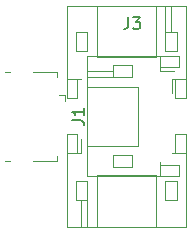
<source format=gbr>
%TF.GenerationSoftware,KiCad,Pcbnew,(6.0.5-0)*%
%TF.CreationDate,2022-07-07T23:14:47-07:00*%
%TF.ProjectId,microusb,6d696372-6f75-4736-922e-6b696361645f,rev?*%
%TF.SameCoordinates,Original*%
%TF.FileFunction,Legend,Top*%
%TF.FilePolarity,Positive*%
%FSLAX46Y46*%
G04 Gerber Fmt 4.6, Leading zero omitted, Abs format (unit mm)*
G04 Created by KiCad (PCBNEW (6.0.5-0)) date 2022-07-07 23:14:47*
%MOMM*%
%LPD*%
G01*
G04 APERTURE LIST*
%ADD10C,0.150000*%
%ADD11C,0.120000*%
G04 APERTURE END LIST*
D10*
%TO.C,J3*%
X115244666Y-41617380D02*
X115244666Y-42331666D01*
X115197047Y-42474523D01*
X115101809Y-42569761D01*
X114958952Y-42617380D01*
X114863714Y-42617380D01*
X115625619Y-41617380D02*
X116244666Y-41617380D01*
X115911333Y-41998333D01*
X116054190Y-41998333D01*
X116149428Y-42045952D01*
X116197047Y-42093571D01*
X116244666Y-42188809D01*
X116244666Y-42426904D01*
X116197047Y-42522142D01*
X116149428Y-42569761D01*
X116054190Y-42617380D01*
X115768476Y-42617380D01*
X115673238Y-42569761D01*
X115625619Y-42522142D01*
%TO.C,J1*%
X110473380Y-50333333D02*
X111187666Y-50333333D01*
X111330523Y-50380952D01*
X111425761Y-50476190D01*
X111473380Y-50619047D01*
X111473380Y-50714285D01*
X111473380Y-49333333D02*
X111473380Y-49904761D01*
X111473380Y-49619047D02*
X110473380Y-49619047D01*
X110616238Y-49714285D01*
X110711476Y-49809523D01*
X110759095Y-49904761D01*
D11*
%TO.C,J3*%
X120140000Y-48460000D02*
X120140000Y-40640000D01*
X110940000Y-48460000D02*
X110940000Y-46860000D01*
X110780000Y-44500000D02*
X110780000Y-42900000D01*
X111780000Y-55500000D02*
X110780000Y-55500000D01*
X111780000Y-42900000D02*
X111780000Y-44500000D01*
X120140000Y-51540000D02*
X119220000Y-51540000D01*
X110020000Y-59360000D02*
X120140000Y-59360000D01*
X119540000Y-45860000D02*
X119540000Y-44940000D01*
X111220000Y-53140000D02*
X111220000Y-51925000D01*
X119220000Y-48460000D02*
X120140000Y-48460000D01*
X113980000Y-46700000D02*
X115580000Y-46700000D01*
X119380000Y-57100000D02*
X118380000Y-57100000D01*
X119540000Y-44940000D02*
X111720000Y-44940000D01*
X118380000Y-57100000D02*
X118380000Y-55500000D01*
X119220000Y-53140000D02*
X118940000Y-53140000D01*
X115580000Y-45700000D02*
X113980000Y-45700000D01*
X120140000Y-40640000D02*
X110020000Y-40640000D01*
X120140000Y-46860000D02*
X119220000Y-46860000D01*
X118380000Y-44500000D02*
X119380000Y-44500000D01*
X120140000Y-59360000D02*
X120140000Y-51540000D01*
X117940000Y-46140000D02*
X119155000Y-46140000D01*
X110780000Y-42900000D02*
X111780000Y-42900000D01*
X119220000Y-51540000D02*
X119220000Y-53140000D01*
X111780000Y-57100000D02*
X111780000Y-59360000D01*
X116080000Y-52500000D02*
X111720000Y-52500000D01*
X111720000Y-44940000D02*
X111720000Y-55060000D01*
X115580000Y-53300000D02*
X115580000Y-54300000D01*
X110020000Y-53140000D02*
X110940000Y-53140000D01*
X111780000Y-57100000D02*
X111780000Y-55500000D01*
X115580000Y-54300000D02*
X113980000Y-54300000D01*
X110780000Y-57100000D02*
X111780000Y-57100000D01*
X117580000Y-55000000D02*
X117580000Y-59360000D01*
X112580000Y-59360000D02*
X112580000Y-55000000D01*
X119380000Y-55500000D02*
X119380000Y-57100000D01*
X120140000Y-53140000D02*
X119220000Y-53140000D01*
X117580000Y-45000000D02*
X112580000Y-45000000D01*
X119540000Y-55060000D02*
X119540000Y-54140000D01*
X117940000Y-54140000D02*
X117940000Y-53860000D01*
X113980000Y-45700000D02*
X113980000Y-46700000D01*
X111780000Y-44500000D02*
X110780000Y-44500000D01*
X116080000Y-47500000D02*
X116080000Y-52500000D01*
X119380000Y-42900000D02*
X118380000Y-42900000D01*
X112580000Y-55000000D02*
X117580000Y-55000000D01*
X111280000Y-57100000D02*
X111280000Y-59360000D01*
X118380000Y-42900000D02*
X118380000Y-44500000D01*
X111720000Y-55060000D02*
X119540000Y-55060000D01*
X110020000Y-46860000D02*
X110940000Y-46860000D01*
X112580000Y-45000000D02*
X112580000Y-40640000D01*
X113980000Y-53300000D02*
X115580000Y-53300000D01*
X119220000Y-46860000D02*
X119220000Y-48460000D01*
X110020000Y-48460000D02*
X110940000Y-48460000D01*
X117940000Y-55060000D02*
X117940000Y-54140000D01*
X119380000Y-44500000D02*
X119380000Y-42900000D01*
X110020000Y-51540000D02*
X110020000Y-59360000D01*
X118940000Y-46860000D02*
X118940000Y-48075000D01*
X111220000Y-53140000D02*
X110940000Y-53140000D01*
X118380000Y-55500000D02*
X119380000Y-55500000D01*
X113980000Y-46700000D02*
X111720000Y-46700000D01*
X110940000Y-51540000D02*
X110020000Y-51540000D01*
X117580000Y-40640000D02*
X117580000Y-45000000D01*
X117940000Y-45860000D02*
X119540000Y-45860000D01*
X115580000Y-46700000D02*
X115580000Y-45700000D01*
X118940000Y-46860000D02*
X119220000Y-46860000D01*
X110940000Y-53140000D02*
X110940000Y-51540000D01*
X113980000Y-54300000D02*
X113980000Y-53300000D01*
X110940000Y-46860000D02*
X111220000Y-46860000D01*
X110020000Y-40640000D02*
X110020000Y-48460000D01*
X110780000Y-55500000D02*
X110780000Y-57100000D01*
X119540000Y-54140000D02*
X117940000Y-54140000D01*
X111720000Y-47500000D02*
X116080000Y-47500000D01*
X118380000Y-42900000D02*
X118380000Y-40640000D01*
X118880000Y-42900000D02*
X118880000Y-40640000D01*
X117940000Y-46140000D02*
X117940000Y-45860000D01*
X117940000Y-44940000D02*
X117940000Y-45860000D01*
X113980000Y-46200000D02*
X111720000Y-46200000D01*
%TO.C,J1*%
X104831000Y-46240000D02*
X105231000Y-46240000D01*
X107201000Y-46240000D02*
X109181000Y-46240000D01*
X109411000Y-48240000D02*
X109861000Y-48240000D01*
X107201000Y-53760000D02*
X109181000Y-53760000D01*
X109181000Y-53760000D02*
X109181000Y-53340000D01*
X109861000Y-48690000D02*
X109861000Y-48240000D01*
X109181000Y-46240000D02*
X109181000Y-46660000D01*
X105231000Y-53760000D02*
X104831000Y-53760000D01*
%TD*%
M02*

</source>
